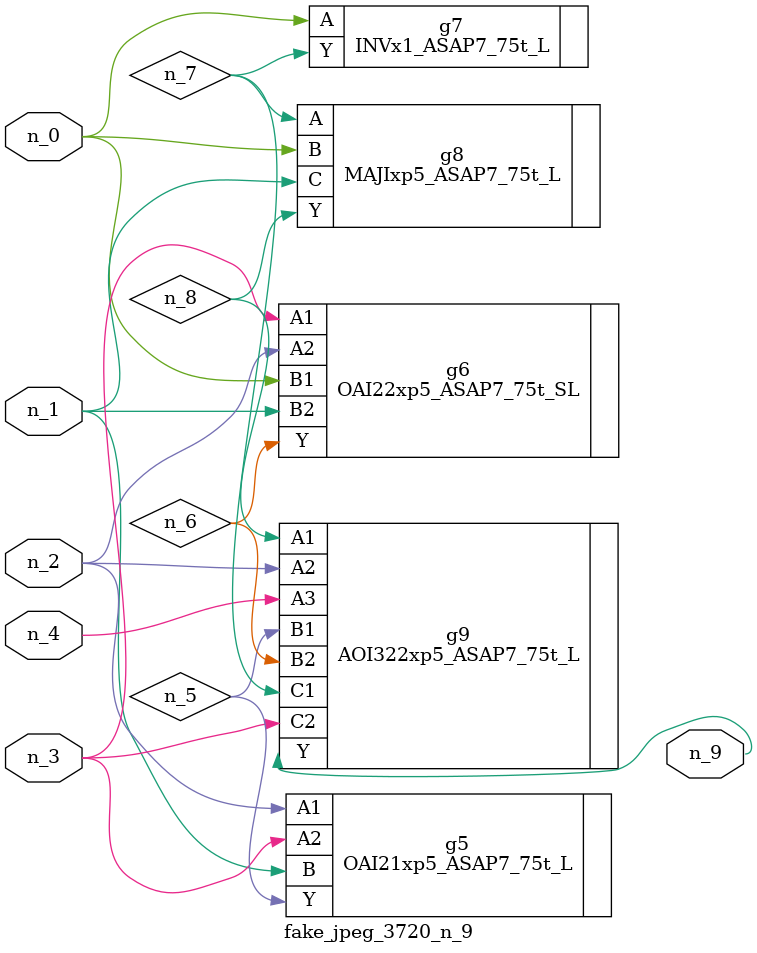
<source format=v>
module fake_jpeg_3720_n_9 (n_3, n_2, n_1, n_0, n_4, n_9);

input n_3;
input n_2;
input n_1;
input n_0;
input n_4;

output n_9;

wire n_8;
wire n_6;
wire n_5;
wire n_7;

OAI21xp5_ASAP7_75t_L g5 ( 
.A1(n_2),
.A2(n_3),
.B(n_1),
.Y(n_5)
);

OAI22xp5_ASAP7_75t_SL g6 ( 
.A1(n_3),
.A2(n_2),
.B1(n_0),
.B2(n_1),
.Y(n_6)
);

INVx1_ASAP7_75t_L g7 ( 
.A(n_0),
.Y(n_7)
);

MAJIxp5_ASAP7_75t_L g8 ( 
.A(n_7),
.B(n_0),
.C(n_1),
.Y(n_8)
);

AOI322xp5_ASAP7_75t_L g9 ( 
.A1(n_8),
.A2(n_2),
.A3(n_4),
.B1(n_5),
.B2(n_6),
.C1(n_7),
.C2(n_3),
.Y(n_9)
);


endmodule
</source>
